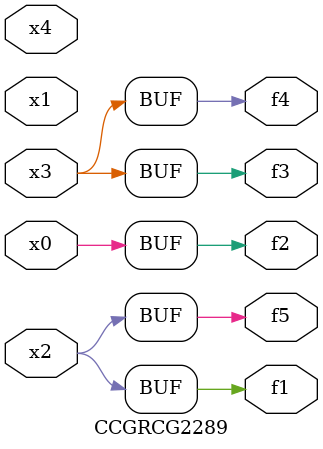
<source format=v>
module CCGRCG2289(
	input x0, x1, x2, x3, x4,
	output f1, f2, f3, f4, f5
);
	assign f1 = x2;
	assign f2 = x0;
	assign f3 = x3;
	assign f4 = x3;
	assign f5 = x2;
endmodule

</source>
